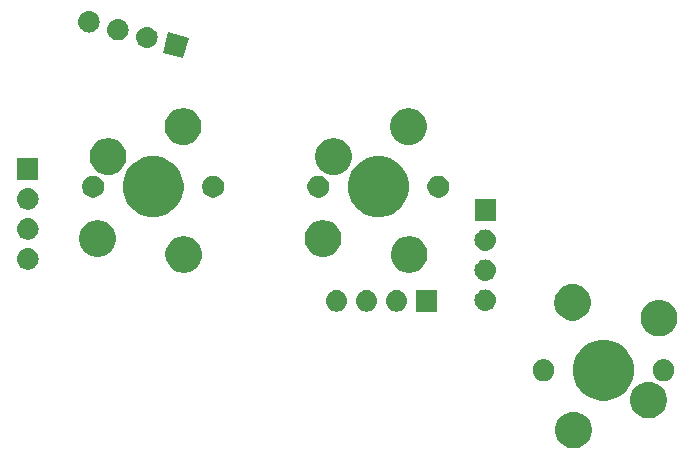
<source format=gbr>
G04 #@! TF.GenerationSoftware,KiCad,Pcbnew,(5.1.4)-1*
G04 #@! TF.CreationDate,2023-09-09T05:28:41-04:00*
G04 #@! TF.ProjectId,ThumbsUp,5468756d-6273-4557-902e-6b696361645f,rev?*
G04 #@! TF.SameCoordinates,Original*
G04 #@! TF.FileFunction,Soldermask,Top*
G04 #@! TF.FilePolarity,Negative*
%FSLAX46Y46*%
G04 Gerber Fmt 4.6, Leading zero omitted, Abs format (unit mm)*
G04 Created by KiCad (PCBNEW (5.1.4)-1) date 2023-09-09 05:28:41*
%MOMM*%
%LPD*%
G04 APERTURE LIST*
%ADD10C,0.100000*%
G04 APERTURE END LIST*
D10*
G36*
X-35657415Y-426318863D02*
G01*
X-35507590Y-426348665D01*
X-35225326Y-426465582D01*
X-34971295Y-426635320D01*
X-34755259Y-426851356D01*
X-34585521Y-427105387D01*
X-34468604Y-427387651D01*
X-34409000Y-427687301D01*
X-34409000Y-427992821D01*
X-34468604Y-428292471D01*
X-34585521Y-428574735D01*
X-34755259Y-428828766D01*
X-34971295Y-429044802D01*
X-35225326Y-429214540D01*
X-35507590Y-429331457D01*
X-35657415Y-429361259D01*
X-35807239Y-429391061D01*
X-36112761Y-429391061D01*
X-36262585Y-429361259D01*
X-36412410Y-429331457D01*
X-36694674Y-429214540D01*
X-36948705Y-429044802D01*
X-37164741Y-428828766D01*
X-37334479Y-428574735D01*
X-37451396Y-428292471D01*
X-37511000Y-427992821D01*
X-37511000Y-427687301D01*
X-37451396Y-427387651D01*
X-37334479Y-427105387D01*
X-37164741Y-426851356D01*
X-36948705Y-426635320D01*
X-36694674Y-426465582D01*
X-36412410Y-426348665D01*
X-36262585Y-426318863D01*
X-36112761Y-426289061D01*
X-35807239Y-426289061D01*
X-35657415Y-426318863D01*
X-35657415Y-426318863D01*
G37*
G36*
X-29307415Y-423778863D02*
G01*
X-29157590Y-423808665D01*
X-28875326Y-423925582D01*
X-28621295Y-424095320D01*
X-28405259Y-424311356D01*
X-28235521Y-424565387D01*
X-28118604Y-424847651D01*
X-28059000Y-425147301D01*
X-28059000Y-425452821D01*
X-28118604Y-425752471D01*
X-28235521Y-426034735D01*
X-28405259Y-426288766D01*
X-28621295Y-426504802D01*
X-28875326Y-426674540D01*
X-29157590Y-426791457D01*
X-29307415Y-426821259D01*
X-29457239Y-426851061D01*
X-29762761Y-426851061D01*
X-29912585Y-426821259D01*
X-30062410Y-426791457D01*
X-30344674Y-426674540D01*
X-30598705Y-426504802D01*
X-30814741Y-426288766D01*
X-30984479Y-426034735D01*
X-31101396Y-425752471D01*
X-31161000Y-425452821D01*
X-31161000Y-425147301D01*
X-31101396Y-424847651D01*
X-30984479Y-424565387D01*
X-30814741Y-424311356D01*
X-30598705Y-424095320D01*
X-30344674Y-423925582D01*
X-30062410Y-423808665D01*
X-29912585Y-423778863D01*
X-29762761Y-423749061D01*
X-29457239Y-423749061D01*
X-29307415Y-423778863D01*
X-29307415Y-423778863D01*
G37*
G36*
X-32668609Y-420283055D02*
G01*
X-32474425Y-420363489D01*
X-32199808Y-420477239D01*
X-31777896Y-420759151D01*
X-31419090Y-421117957D01*
X-31137178Y-421539869D01*
X-31023428Y-421814486D01*
X-30942994Y-422008670D01*
X-30844000Y-422506347D01*
X-30844000Y-423013775D01*
X-30942994Y-423511452D01*
X-31000580Y-423650476D01*
X-31137178Y-423980253D01*
X-31419090Y-424402165D01*
X-31777896Y-424760971D01*
X-32199808Y-425042883D01*
X-32451893Y-425147300D01*
X-32668609Y-425237067D01*
X-32917448Y-425286564D01*
X-33166285Y-425336061D01*
X-33673715Y-425336061D01*
X-34171391Y-425237067D01*
X-34388107Y-425147300D01*
X-34640192Y-425042883D01*
X-35062104Y-424760971D01*
X-35420910Y-424402165D01*
X-35702822Y-423980253D01*
X-35839420Y-423650476D01*
X-35897006Y-423511452D01*
X-35996000Y-423013775D01*
X-35996000Y-422506347D01*
X-35897006Y-422008670D01*
X-35816572Y-421814486D01*
X-35702822Y-421539869D01*
X-35420910Y-421117957D01*
X-35062104Y-420759151D01*
X-34640192Y-420477239D01*
X-34365575Y-420363489D01*
X-34171391Y-420283055D01*
X-33673715Y-420184061D01*
X-33166285Y-420184061D01*
X-32668609Y-420283055D01*
X-32668609Y-420283055D01*
G37*
G36*
X-28069896Y-421869646D02*
G01*
X-27901374Y-421939450D01*
X-27749709Y-422040789D01*
X-27620728Y-422169770D01*
X-27519389Y-422321435D01*
X-27449585Y-422489957D01*
X-27414000Y-422668858D01*
X-27414000Y-422851264D01*
X-27449585Y-423030165D01*
X-27519389Y-423198687D01*
X-27620728Y-423350352D01*
X-27749709Y-423479333D01*
X-27901374Y-423580672D01*
X-28069896Y-423650476D01*
X-28248797Y-423686061D01*
X-28431203Y-423686061D01*
X-28610104Y-423650476D01*
X-28778626Y-423580672D01*
X-28930291Y-423479333D01*
X-29059272Y-423350352D01*
X-29160611Y-423198687D01*
X-29230415Y-423030165D01*
X-29266000Y-422851264D01*
X-29266000Y-422668858D01*
X-29230415Y-422489957D01*
X-29160611Y-422321435D01*
X-29059272Y-422169770D01*
X-28930291Y-422040789D01*
X-28778626Y-421939450D01*
X-28610104Y-421869646D01*
X-28431203Y-421834061D01*
X-28248797Y-421834061D01*
X-28069896Y-421869646D01*
X-28069896Y-421869646D01*
G37*
G36*
X-38229896Y-421869646D02*
G01*
X-38061374Y-421939450D01*
X-37909709Y-422040789D01*
X-37780728Y-422169770D01*
X-37679389Y-422321435D01*
X-37609585Y-422489957D01*
X-37574000Y-422668858D01*
X-37574000Y-422851264D01*
X-37609585Y-423030165D01*
X-37679389Y-423198687D01*
X-37780728Y-423350352D01*
X-37909709Y-423479333D01*
X-38061374Y-423580672D01*
X-38229896Y-423650476D01*
X-38408797Y-423686061D01*
X-38591203Y-423686061D01*
X-38770104Y-423650476D01*
X-38938626Y-423580672D01*
X-39090291Y-423479333D01*
X-39219272Y-423350352D01*
X-39320611Y-423198687D01*
X-39390415Y-423030165D01*
X-39426000Y-422851264D01*
X-39426000Y-422668858D01*
X-39390415Y-422489957D01*
X-39320611Y-422321435D01*
X-39219272Y-422169770D01*
X-39090291Y-422040789D01*
X-38938626Y-421939450D01*
X-38770104Y-421869646D01*
X-38591203Y-421834061D01*
X-38408797Y-421834061D01*
X-38229896Y-421869646D01*
X-38229896Y-421869646D01*
G37*
G36*
X-28417415Y-416838863D02*
G01*
X-28267590Y-416868665D01*
X-27985326Y-416985582D01*
X-27731295Y-417155320D01*
X-27515259Y-417371356D01*
X-27345521Y-417625387D01*
X-27228604Y-417907651D01*
X-27228604Y-417907652D01*
X-27169000Y-418207300D01*
X-27169000Y-418512822D01*
X-27198802Y-418662646D01*
X-27228604Y-418812471D01*
X-27345521Y-419094735D01*
X-27515259Y-419348766D01*
X-27731295Y-419564802D01*
X-27985326Y-419734540D01*
X-28267590Y-419851457D01*
X-28417415Y-419881259D01*
X-28567239Y-419911061D01*
X-28872761Y-419911061D01*
X-29022585Y-419881259D01*
X-29172410Y-419851457D01*
X-29454674Y-419734540D01*
X-29708705Y-419564802D01*
X-29924741Y-419348766D01*
X-30094479Y-419094735D01*
X-30211396Y-418812471D01*
X-30241198Y-418662646D01*
X-30271000Y-418512822D01*
X-30271000Y-418207300D01*
X-30211396Y-417907652D01*
X-30211396Y-417907651D01*
X-30094479Y-417625387D01*
X-29924741Y-417371356D01*
X-29708705Y-417155320D01*
X-29454674Y-416985582D01*
X-29172410Y-416868665D01*
X-29022585Y-416838863D01*
X-28872761Y-416809061D01*
X-28567239Y-416809061D01*
X-28417415Y-416838863D01*
X-28417415Y-416838863D01*
G37*
G36*
X-35717415Y-415488863D02*
G01*
X-35567590Y-415518665D01*
X-35285326Y-415635582D01*
X-35031295Y-415805320D01*
X-34815259Y-416021356D01*
X-34645521Y-416275387D01*
X-34528604Y-416557651D01*
X-34528604Y-416557652D01*
X-34478595Y-416809061D01*
X-34469000Y-416857301D01*
X-34469000Y-417162821D01*
X-34528604Y-417462471D01*
X-34645521Y-417744735D01*
X-34815259Y-417998766D01*
X-35031295Y-418214802D01*
X-35285326Y-418384540D01*
X-35567590Y-418501457D01*
X-35624721Y-418512821D01*
X-35867239Y-418561061D01*
X-36172761Y-418561061D01*
X-36415279Y-418512821D01*
X-36472410Y-418501457D01*
X-36754674Y-418384540D01*
X-37008705Y-418214802D01*
X-37224741Y-417998766D01*
X-37394479Y-417744735D01*
X-37511396Y-417462471D01*
X-37571000Y-417162821D01*
X-37571000Y-416857301D01*
X-37561404Y-416809061D01*
X-37511396Y-416557652D01*
X-37511396Y-416557651D01*
X-37394479Y-416275387D01*
X-37224741Y-416021356D01*
X-37008705Y-415805320D01*
X-36754674Y-415635582D01*
X-36472410Y-415518665D01*
X-36322585Y-415488863D01*
X-36172761Y-415459061D01*
X-35867239Y-415459061D01*
X-35717415Y-415488863D01*
X-35717415Y-415488863D01*
G37*
G36*
X-55913426Y-416006563D02*
G01*
X-55847241Y-416013082D01*
X-55677402Y-416064602D01*
X-55520877Y-416148267D01*
X-55485139Y-416177597D01*
X-55383682Y-416260859D01*
X-55300420Y-416362316D01*
X-55271090Y-416398054D01*
X-55187425Y-416554579D01*
X-55135905Y-416724418D01*
X-55118509Y-416901045D01*
X-55135905Y-417077672D01*
X-55187425Y-417247511D01*
X-55271090Y-417404036D01*
X-55300420Y-417439774D01*
X-55383682Y-417541231D01*
X-55485139Y-417624493D01*
X-55520877Y-417653823D01*
X-55677402Y-417737488D01*
X-55847241Y-417789008D01*
X-55913425Y-417795526D01*
X-55979608Y-417802045D01*
X-56068128Y-417802045D01*
X-56134311Y-417795526D01*
X-56200495Y-417789008D01*
X-56370334Y-417737488D01*
X-56526859Y-417653823D01*
X-56562597Y-417624493D01*
X-56664054Y-417541231D01*
X-56747316Y-417439774D01*
X-56776646Y-417404036D01*
X-56860311Y-417247511D01*
X-56911831Y-417077672D01*
X-56929227Y-416901045D01*
X-56911831Y-416724418D01*
X-56860311Y-416554579D01*
X-56776646Y-416398054D01*
X-56747316Y-416362316D01*
X-56664054Y-416260859D01*
X-56562597Y-416177597D01*
X-56526859Y-416148267D01*
X-56370334Y-416064602D01*
X-56200495Y-416013082D01*
X-56134310Y-416006563D01*
X-56068128Y-416000045D01*
X-55979608Y-416000045D01*
X-55913426Y-416006563D01*
X-55913426Y-416006563D01*
G37*
G36*
X-53373426Y-416006563D02*
G01*
X-53307241Y-416013082D01*
X-53137402Y-416064602D01*
X-52980877Y-416148267D01*
X-52945139Y-416177597D01*
X-52843682Y-416260859D01*
X-52760420Y-416362316D01*
X-52731090Y-416398054D01*
X-52647425Y-416554579D01*
X-52595905Y-416724418D01*
X-52578509Y-416901045D01*
X-52595905Y-417077672D01*
X-52647425Y-417247511D01*
X-52731090Y-417404036D01*
X-52760420Y-417439774D01*
X-52843682Y-417541231D01*
X-52945139Y-417624493D01*
X-52980877Y-417653823D01*
X-53137402Y-417737488D01*
X-53307241Y-417789008D01*
X-53373425Y-417795526D01*
X-53439608Y-417802045D01*
X-53528128Y-417802045D01*
X-53594311Y-417795526D01*
X-53660495Y-417789008D01*
X-53830334Y-417737488D01*
X-53986859Y-417653823D01*
X-54022597Y-417624493D01*
X-54124054Y-417541231D01*
X-54207316Y-417439774D01*
X-54236646Y-417404036D01*
X-54320311Y-417247511D01*
X-54371831Y-417077672D01*
X-54389227Y-416901045D01*
X-54371831Y-416724418D01*
X-54320311Y-416554579D01*
X-54236646Y-416398054D01*
X-54207316Y-416362316D01*
X-54124054Y-416260859D01*
X-54022597Y-416177597D01*
X-53986859Y-416148267D01*
X-53830334Y-416064602D01*
X-53660495Y-416013082D01*
X-53594310Y-416006563D01*
X-53528128Y-416000045D01*
X-53439608Y-416000045D01*
X-53373426Y-416006563D01*
X-53373426Y-416006563D01*
G37*
G36*
X-50833426Y-416006563D02*
G01*
X-50767241Y-416013082D01*
X-50597402Y-416064602D01*
X-50440877Y-416148267D01*
X-50405139Y-416177597D01*
X-50303682Y-416260859D01*
X-50220420Y-416362316D01*
X-50191090Y-416398054D01*
X-50107425Y-416554579D01*
X-50055905Y-416724418D01*
X-50038509Y-416901045D01*
X-50055905Y-417077672D01*
X-50107425Y-417247511D01*
X-50191090Y-417404036D01*
X-50220420Y-417439774D01*
X-50303682Y-417541231D01*
X-50405139Y-417624493D01*
X-50440877Y-417653823D01*
X-50597402Y-417737488D01*
X-50767241Y-417789008D01*
X-50833425Y-417795526D01*
X-50899608Y-417802045D01*
X-50988128Y-417802045D01*
X-51054311Y-417795526D01*
X-51120495Y-417789008D01*
X-51290334Y-417737488D01*
X-51446859Y-417653823D01*
X-51482597Y-417624493D01*
X-51584054Y-417541231D01*
X-51667316Y-417439774D01*
X-51696646Y-417404036D01*
X-51780311Y-417247511D01*
X-51831831Y-417077672D01*
X-51849227Y-416901045D01*
X-51831831Y-416724418D01*
X-51780311Y-416554579D01*
X-51696646Y-416398054D01*
X-51667316Y-416362316D01*
X-51584054Y-416260859D01*
X-51482597Y-416177597D01*
X-51446859Y-416148267D01*
X-51290334Y-416064602D01*
X-51120495Y-416013082D01*
X-51054310Y-416006563D01*
X-50988128Y-416000045D01*
X-50899608Y-416000045D01*
X-50833426Y-416006563D01*
X-50833426Y-416006563D01*
G37*
G36*
X-47502868Y-417802045D02*
G01*
X-49304868Y-417802045D01*
X-49304868Y-416000045D01*
X-47502868Y-416000045D01*
X-47502868Y-417802045D01*
X-47502868Y-417802045D01*
G37*
G36*
X-43322570Y-415939092D02*
G01*
X-43256386Y-415945610D01*
X-43086547Y-415997130D01*
X-42930022Y-416080795D01*
X-42894284Y-416110125D01*
X-42792827Y-416193387D01*
X-42725531Y-416275389D01*
X-42680235Y-416330582D01*
X-42596570Y-416487107D01*
X-42545050Y-416656946D01*
X-42527654Y-416833573D01*
X-42545050Y-417010200D01*
X-42596570Y-417180039D01*
X-42680235Y-417336564D01*
X-42708788Y-417371356D01*
X-42792827Y-417473759D01*
X-42894284Y-417557021D01*
X-42930022Y-417586351D01*
X-43086547Y-417670016D01*
X-43256386Y-417721536D01*
X-43322571Y-417728055D01*
X-43388753Y-417734573D01*
X-43477273Y-417734573D01*
X-43543455Y-417728055D01*
X-43609640Y-417721536D01*
X-43779479Y-417670016D01*
X-43936004Y-417586351D01*
X-43971742Y-417557021D01*
X-44073199Y-417473759D01*
X-44157238Y-417371356D01*
X-44185791Y-417336564D01*
X-44269456Y-417180039D01*
X-44320976Y-417010200D01*
X-44338372Y-416833573D01*
X-44320976Y-416656946D01*
X-44269456Y-416487107D01*
X-44185791Y-416330582D01*
X-44140495Y-416275389D01*
X-44073199Y-416193387D01*
X-43971742Y-416110125D01*
X-43936004Y-416080795D01*
X-43779479Y-415997130D01*
X-43609640Y-415945610D01*
X-43543456Y-415939092D01*
X-43477273Y-415932573D01*
X-43388753Y-415932573D01*
X-43322570Y-415939092D01*
X-43322570Y-415939092D01*
G37*
G36*
X-43322570Y-413399092D02*
G01*
X-43256386Y-413405610D01*
X-43086547Y-413457130D01*
X-42930022Y-413540795D01*
X-42894284Y-413570125D01*
X-42792827Y-413653387D01*
X-42709565Y-413754844D01*
X-42680235Y-413790582D01*
X-42596570Y-413947107D01*
X-42545050Y-414116946D01*
X-42527654Y-414293573D01*
X-42545050Y-414470200D01*
X-42596570Y-414640039D01*
X-42680235Y-414796564D01*
X-42709565Y-414832302D01*
X-42792827Y-414933759D01*
X-42894284Y-415017021D01*
X-42930022Y-415046351D01*
X-43086547Y-415130016D01*
X-43256386Y-415181536D01*
X-43322571Y-415188055D01*
X-43388753Y-415194573D01*
X-43477273Y-415194573D01*
X-43543455Y-415188055D01*
X-43609640Y-415181536D01*
X-43779479Y-415130016D01*
X-43936004Y-415046351D01*
X-43971742Y-415017021D01*
X-44073199Y-414933759D01*
X-44156461Y-414832302D01*
X-44185791Y-414796564D01*
X-44269456Y-414640039D01*
X-44320976Y-414470200D01*
X-44338372Y-414293573D01*
X-44320976Y-414116946D01*
X-44269456Y-413947107D01*
X-44185791Y-413790582D01*
X-44156461Y-413754844D01*
X-44073199Y-413653387D01*
X-43971742Y-413570125D01*
X-43936004Y-413540795D01*
X-43779479Y-413457130D01*
X-43609640Y-413405610D01*
X-43543456Y-413399092D01*
X-43477273Y-413392573D01*
X-43388753Y-413392573D01*
X-43322570Y-413399092D01*
X-43322570Y-413399092D01*
G37*
G36*
X-49575074Y-411449287D02*
G01*
X-49418045Y-411480522D01*
X-49135781Y-411597439D01*
X-48881750Y-411767177D01*
X-48665714Y-411983213D01*
X-48495976Y-412237244D01*
X-48381896Y-412512659D01*
X-48379059Y-412519509D01*
X-48319455Y-412819157D01*
X-48319455Y-413124679D01*
X-48349257Y-413274503D01*
X-48379059Y-413424328D01*
X-48495976Y-413706592D01*
X-48665714Y-413960623D01*
X-48881750Y-414176659D01*
X-49135781Y-414346397D01*
X-49418045Y-414463314D01*
X-49567870Y-414493116D01*
X-49717694Y-414522918D01*
X-50023216Y-414522918D01*
X-50173040Y-414493116D01*
X-50322865Y-414463314D01*
X-50605129Y-414346397D01*
X-50859160Y-414176659D01*
X-51075196Y-413960623D01*
X-51244934Y-413706592D01*
X-51361851Y-413424328D01*
X-51391653Y-413274503D01*
X-51421455Y-413124679D01*
X-51421455Y-412819157D01*
X-51361851Y-412519509D01*
X-51359014Y-412512659D01*
X-51244934Y-412237244D01*
X-51075196Y-411983213D01*
X-50859160Y-411767177D01*
X-50605129Y-411597439D01*
X-50322865Y-411480522D01*
X-50165836Y-411449287D01*
X-50023216Y-411420918D01*
X-49717694Y-411420918D01*
X-49575074Y-411449287D01*
X-49575074Y-411449287D01*
G37*
G36*
X-68654619Y-411449287D02*
G01*
X-68497590Y-411480522D01*
X-68215326Y-411597439D01*
X-67961295Y-411767177D01*
X-67745259Y-411983213D01*
X-67575521Y-412237244D01*
X-67461441Y-412512659D01*
X-67458604Y-412519509D01*
X-67399000Y-412819157D01*
X-67399000Y-413124679D01*
X-67428802Y-413274503D01*
X-67458604Y-413424328D01*
X-67575521Y-413706592D01*
X-67745259Y-413960623D01*
X-67961295Y-414176659D01*
X-68215326Y-414346397D01*
X-68497590Y-414463314D01*
X-68647415Y-414493116D01*
X-68797239Y-414522918D01*
X-69102761Y-414522918D01*
X-69252585Y-414493116D01*
X-69402410Y-414463314D01*
X-69684674Y-414346397D01*
X-69938705Y-414176659D01*
X-70154741Y-413960623D01*
X-70324479Y-413706592D01*
X-70441396Y-413424328D01*
X-70471198Y-413274503D01*
X-70501000Y-413124679D01*
X-70501000Y-412819157D01*
X-70441396Y-412519509D01*
X-70438559Y-412512659D01*
X-70324479Y-412237244D01*
X-70154741Y-411983213D01*
X-69938705Y-411767177D01*
X-69684674Y-411597439D01*
X-69402410Y-411480522D01*
X-69245381Y-411449287D01*
X-69102761Y-411420918D01*
X-68797239Y-411420918D01*
X-68654619Y-411449287D01*
X-68654619Y-411449287D01*
G37*
G36*
X-82045069Y-412454620D02*
G01*
X-81978884Y-412461139D01*
X-81809045Y-412512659D01*
X-81809043Y-412512660D01*
X-81796230Y-412519509D01*
X-81652520Y-412596324D01*
X-81635098Y-412610622D01*
X-81515325Y-412708916D01*
X-81432063Y-412810373D01*
X-81402733Y-412846111D01*
X-81319068Y-413002636D01*
X-81267548Y-413172475D01*
X-81250152Y-413349102D01*
X-81267548Y-413525729D01*
X-81319068Y-413695568D01*
X-81402733Y-413852093D01*
X-81432063Y-413887831D01*
X-81515325Y-413989288D01*
X-81616782Y-414072550D01*
X-81652520Y-414101880D01*
X-81652522Y-414101881D01*
X-81792420Y-414176659D01*
X-81809045Y-414185545D01*
X-81978884Y-414237065D01*
X-82045069Y-414243584D01*
X-82111251Y-414250102D01*
X-82199771Y-414250102D01*
X-82265953Y-414243584D01*
X-82332138Y-414237065D01*
X-82501977Y-414185545D01*
X-82518601Y-414176659D01*
X-82658500Y-414101881D01*
X-82658502Y-414101880D01*
X-82694240Y-414072550D01*
X-82795697Y-413989288D01*
X-82878959Y-413887831D01*
X-82908289Y-413852093D01*
X-82991954Y-413695568D01*
X-83043474Y-413525729D01*
X-83060870Y-413349102D01*
X-83043474Y-413172475D01*
X-82991954Y-413002636D01*
X-82908289Y-412846111D01*
X-82878959Y-412810373D01*
X-82795697Y-412708916D01*
X-82675924Y-412610622D01*
X-82658502Y-412596324D01*
X-82514792Y-412519509D01*
X-82501979Y-412512660D01*
X-82501977Y-412512659D01*
X-82332138Y-412461139D01*
X-82265953Y-412454620D01*
X-82199771Y-412448102D01*
X-82111251Y-412448102D01*
X-82045069Y-412454620D01*
X-82045069Y-412454620D01*
G37*
G36*
X-75947415Y-410100720D02*
G01*
X-75797590Y-410130522D01*
X-75515326Y-410247439D01*
X-75261295Y-410417177D01*
X-75045259Y-410633213D01*
X-74875521Y-410887244D01*
X-74758604Y-411169508D01*
X-74758604Y-411169509D01*
X-74702952Y-411449287D01*
X-74699000Y-411469158D01*
X-74699000Y-411774678D01*
X-74758604Y-412074328D01*
X-74875521Y-412356592D01*
X-75045259Y-412610623D01*
X-75261295Y-412826659D01*
X-75515326Y-412996397D01*
X-75797590Y-413113314D01*
X-75854721Y-413124678D01*
X-76097239Y-413172918D01*
X-76402761Y-413172918D01*
X-76645279Y-413124678D01*
X-76702410Y-413113314D01*
X-76984674Y-412996397D01*
X-77238705Y-412826659D01*
X-77454741Y-412610623D01*
X-77624479Y-412356592D01*
X-77741396Y-412074328D01*
X-77801000Y-411774678D01*
X-77801000Y-411469158D01*
X-77797047Y-411449287D01*
X-77741396Y-411169509D01*
X-77741396Y-411169508D01*
X-77624479Y-410887244D01*
X-77454741Y-410633213D01*
X-77238705Y-410417177D01*
X-76984674Y-410247439D01*
X-76702410Y-410130522D01*
X-76552585Y-410100720D01*
X-76402761Y-410070918D01*
X-76097239Y-410070918D01*
X-75947415Y-410100720D01*
X-75947415Y-410100720D01*
G37*
G36*
X-56867870Y-410100720D02*
G01*
X-56718045Y-410130522D01*
X-56435781Y-410247439D01*
X-56181750Y-410417177D01*
X-55965714Y-410633213D01*
X-55795976Y-410887244D01*
X-55679059Y-411169508D01*
X-55679059Y-411169509D01*
X-55623407Y-411449287D01*
X-55619455Y-411469158D01*
X-55619455Y-411774678D01*
X-55679059Y-412074328D01*
X-55795976Y-412356592D01*
X-55965714Y-412610623D01*
X-56181750Y-412826659D01*
X-56435781Y-412996397D01*
X-56718045Y-413113314D01*
X-56775176Y-413124678D01*
X-57017694Y-413172918D01*
X-57323216Y-413172918D01*
X-57565734Y-413124678D01*
X-57622865Y-413113314D01*
X-57905129Y-412996397D01*
X-58159160Y-412826659D01*
X-58375196Y-412610623D01*
X-58544934Y-412356592D01*
X-58661851Y-412074328D01*
X-58721455Y-411774678D01*
X-58721455Y-411469158D01*
X-58717502Y-411449287D01*
X-58661851Y-411169509D01*
X-58661851Y-411169508D01*
X-58544934Y-410887244D01*
X-58375196Y-410633213D01*
X-58159160Y-410417177D01*
X-57905129Y-410247439D01*
X-57622865Y-410130522D01*
X-57473040Y-410100720D01*
X-57323216Y-410070918D01*
X-57017694Y-410070918D01*
X-56867870Y-410100720D01*
X-56867870Y-410100720D01*
G37*
G36*
X-43322571Y-410859091D02*
G01*
X-43256386Y-410865610D01*
X-43086547Y-410917130D01*
X-42930022Y-411000795D01*
X-42894284Y-411030125D01*
X-42792827Y-411113387D01*
X-42746770Y-411169509D01*
X-42680235Y-411250582D01*
X-42596570Y-411407107D01*
X-42545050Y-411576946D01*
X-42527654Y-411753573D01*
X-42545050Y-411930200D01*
X-42596570Y-412100039D01*
X-42680235Y-412256564D01*
X-42709565Y-412292302D01*
X-42792827Y-412393759D01*
X-42874931Y-412461139D01*
X-42930022Y-412506351D01*
X-43086547Y-412590016D01*
X-43256386Y-412641536D01*
X-43322570Y-412648054D01*
X-43388753Y-412654573D01*
X-43477273Y-412654573D01*
X-43543456Y-412648054D01*
X-43609640Y-412641536D01*
X-43779479Y-412590016D01*
X-43936004Y-412506351D01*
X-43991095Y-412461139D01*
X-44073199Y-412393759D01*
X-44156461Y-412292302D01*
X-44185791Y-412256564D01*
X-44269456Y-412100039D01*
X-44320976Y-411930200D01*
X-44338372Y-411753573D01*
X-44320976Y-411576946D01*
X-44269456Y-411407107D01*
X-44185791Y-411250582D01*
X-44119256Y-411169509D01*
X-44073199Y-411113387D01*
X-43971742Y-411030125D01*
X-43936004Y-411000795D01*
X-43779479Y-410917130D01*
X-43609640Y-410865610D01*
X-43543455Y-410859091D01*
X-43477273Y-410852573D01*
X-43388753Y-410852573D01*
X-43322571Y-410859091D01*
X-43322571Y-410859091D01*
G37*
G36*
X-82045069Y-409914620D02*
G01*
X-81978884Y-409921139D01*
X-81809045Y-409972659D01*
X-81652520Y-410056324D01*
X-81616782Y-410085654D01*
X-81515325Y-410168916D01*
X-81450884Y-410247439D01*
X-81402733Y-410306111D01*
X-81402732Y-410306113D01*
X-81343366Y-410417177D01*
X-81319068Y-410462636D01*
X-81267548Y-410632475D01*
X-81250152Y-410809102D01*
X-81267548Y-410985729D01*
X-81319068Y-411155568D01*
X-81402733Y-411312093D01*
X-81432063Y-411347831D01*
X-81515325Y-411449288D01*
X-81616782Y-411532550D01*
X-81652520Y-411561880D01*
X-81809045Y-411645545D01*
X-81978884Y-411697065D01*
X-82045068Y-411703583D01*
X-82111251Y-411710102D01*
X-82199771Y-411710102D01*
X-82265954Y-411703583D01*
X-82332138Y-411697065D01*
X-82501977Y-411645545D01*
X-82658502Y-411561880D01*
X-82694240Y-411532550D01*
X-82795697Y-411449288D01*
X-82878959Y-411347831D01*
X-82908289Y-411312093D01*
X-82991954Y-411155568D01*
X-83043474Y-410985729D01*
X-83060870Y-410809102D01*
X-83043474Y-410632475D01*
X-82991954Y-410462636D01*
X-82967655Y-410417177D01*
X-82908290Y-410306113D01*
X-82908289Y-410306111D01*
X-82860138Y-410247439D01*
X-82795697Y-410168916D01*
X-82694240Y-410085654D01*
X-82658502Y-410056324D01*
X-82501977Y-409972659D01*
X-82332138Y-409921139D01*
X-82265953Y-409914620D01*
X-82199771Y-409908102D01*
X-82111251Y-409908102D01*
X-82045069Y-409914620D01*
X-82045069Y-409914620D01*
G37*
G36*
X-42532013Y-410114573D02*
G01*
X-44334013Y-410114573D01*
X-44334013Y-408312573D01*
X-42532013Y-408312573D01*
X-42532013Y-410114573D01*
X-42532013Y-410114573D01*
G37*
G36*
X-51719064Y-404744912D02*
G01*
X-51524880Y-404825346D01*
X-51250263Y-404939096D01*
X-50828351Y-405221008D01*
X-50469545Y-405579814D01*
X-50187633Y-406001726D01*
X-50164988Y-406056397D01*
X-49993449Y-406470527D01*
X-49894455Y-406968204D01*
X-49894455Y-407475632D01*
X-49993449Y-407973309D01*
X-50051035Y-408112333D01*
X-50187633Y-408442110D01*
X-50469545Y-408864022D01*
X-50828351Y-409222828D01*
X-51250263Y-409504740D01*
X-51524880Y-409618490D01*
X-51719064Y-409698924D01*
X-52216740Y-409797918D01*
X-52724170Y-409797918D01*
X-53221846Y-409698924D01*
X-53416030Y-409618490D01*
X-53690647Y-409504740D01*
X-54112559Y-409222828D01*
X-54471365Y-408864022D01*
X-54753277Y-408442110D01*
X-54889875Y-408112333D01*
X-54947461Y-407973309D01*
X-55046455Y-407475632D01*
X-55046455Y-406968204D01*
X-54947461Y-406470527D01*
X-54775922Y-406056397D01*
X-54753277Y-406001726D01*
X-54471365Y-405579814D01*
X-54112559Y-405221008D01*
X-53690647Y-404939096D01*
X-53416030Y-404825346D01*
X-53221846Y-404744912D01*
X-52724170Y-404645918D01*
X-52216740Y-404645918D01*
X-51719064Y-404744912D01*
X-51719064Y-404744912D01*
G37*
G36*
X-70798609Y-404744912D02*
G01*
X-70604425Y-404825346D01*
X-70329808Y-404939096D01*
X-69907896Y-405221008D01*
X-69549090Y-405579814D01*
X-69267178Y-406001726D01*
X-69244533Y-406056397D01*
X-69072994Y-406470527D01*
X-68974000Y-406968204D01*
X-68974000Y-407475632D01*
X-69072994Y-407973309D01*
X-69130580Y-408112333D01*
X-69267178Y-408442110D01*
X-69549090Y-408864022D01*
X-69907896Y-409222828D01*
X-70329808Y-409504740D01*
X-70604425Y-409618490D01*
X-70798609Y-409698924D01*
X-71296285Y-409797918D01*
X-71803715Y-409797918D01*
X-72301391Y-409698924D01*
X-72495575Y-409618490D01*
X-72770192Y-409504740D01*
X-73192104Y-409222828D01*
X-73550910Y-408864022D01*
X-73832822Y-408442110D01*
X-73969420Y-408112333D01*
X-74027006Y-407973309D01*
X-74126000Y-407475632D01*
X-74126000Y-406968204D01*
X-74027006Y-406470527D01*
X-73855467Y-406056397D01*
X-73832822Y-406001726D01*
X-73550910Y-405579814D01*
X-73192104Y-405221008D01*
X-72770192Y-404939096D01*
X-72495575Y-404825346D01*
X-72301391Y-404744912D01*
X-71803715Y-404645918D01*
X-71296285Y-404645918D01*
X-70798609Y-404744912D01*
X-70798609Y-404744912D01*
G37*
G36*
X-82045069Y-407374620D02*
G01*
X-81978884Y-407381139D01*
X-81809045Y-407432659D01*
X-81652520Y-407516324D01*
X-81616782Y-407545654D01*
X-81515325Y-407628916D01*
X-81432063Y-407730373D01*
X-81402733Y-407766111D01*
X-81319068Y-407922636D01*
X-81267548Y-408092475D01*
X-81250152Y-408269102D01*
X-81267548Y-408445729D01*
X-81319068Y-408615568D01*
X-81402733Y-408772093D01*
X-81432063Y-408807831D01*
X-81515325Y-408909288D01*
X-81616782Y-408992550D01*
X-81652520Y-409021880D01*
X-81809045Y-409105545D01*
X-81978884Y-409157065D01*
X-82045069Y-409163584D01*
X-82111251Y-409170102D01*
X-82199771Y-409170102D01*
X-82265953Y-409163584D01*
X-82332138Y-409157065D01*
X-82501977Y-409105545D01*
X-82658502Y-409021880D01*
X-82694240Y-408992550D01*
X-82795697Y-408909288D01*
X-82878959Y-408807831D01*
X-82908289Y-408772093D01*
X-82991954Y-408615568D01*
X-83043474Y-408445729D01*
X-83060870Y-408269102D01*
X-83043474Y-408092475D01*
X-82991954Y-407922636D01*
X-82908289Y-407766111D01*
X-82878959Y-407730373D01*
X-82795697Y-407628916D01*
X-82694240Y-407545654D01*
X-82658502Y-407516324D01*
X-82501977Y-407432659D01*
X-82332138Y-407381139D01*
X-82265953Y-407374620D01*
X-82199771Y-407368102D01*
X-82111251Y-407368102D01*
X-82045069Y-407374620D01*
X-82045069Y-407374620D01*
G37*
G36*
X-57280351Y-406331503D02*
G01*
X-57111829Y-406401307D01*
X-56960164Y-406502646D01*
X-56831183Y-406631627D01*
X-56729844Y-406783292D01*
X-56660040Y-406951814D01*
X-56624455Y-407130715D01*
X-56624455Y-407313121D01*
X-56660040Y-407492022D01*
X-56729844Y-407660544D01*
X-56831183Y-407812209D01*
X-56960164Y-407941190D01*
X-57111829Y-408042529D01*
X-57280351Y-408112333D01*
X-57459252Y-408147918D01*
X-57641658Y-408147918D01*
X-57820559Y-408112333D01*
X-57989081Y-408042529D01*
X-58140746Y-407941190D01*
X-58269727Y-407812209D01*
X-58371066Y-407660544D01*
X-58440870Y-407492022D01*
X-58476455Y-407313121D01*
X-58476455Y-407130715D01*
X-58440870Y-406951814D01*
X-58371066Y-406783292D01*
X-58269727Y-406631627D01*
X-58140746Y-406502646D01*
X-57989081Y-406401307D01*
X-57820559Y-406331503D01*
X-57641658Y-406295918D01*
X-57459252Y-406295918D01*
X-57280351Y-406331503D01*
X-57280351Y-406331503D01*
G37*
G36*
X-76359896Y-406331503D02*
G01*
X-76191374Y-406401307D01*
X-76039709Y-406502646D01*
X-75910728Y-406631627D01*
X-75809389Y-406783292D01*
X-75739585Y-406951814D01*
X-75704000Y-407130715D01*
X-75704000Y-407313121D01*
X-75739585Y-407492022D01*
X-75809389Y-407660544D01*
X-75910728Y-407812209D01*
X-76039709Y-407941190D01*
X-76191374Y-408042529D01*
X-76359896Y-408112333D01*
X-76538797Y-408147918D01*
X-76721203Y-408147918D01*
X-76900104Y-408112333D01*
X-77068626Y-408042529D01*
X-77220291Y-407941190D01*
X-77349272Y-407812209D01*
X-77450611Y-407660544D01*
X-77520415Y-407492022D01*
X-77556000Y-407313121D01*
X-77556000Y-407130715D01*
X-77520415Y-406951814D01*
X-77450611Y-406783292D01*
X-77349272Y-406631627D01*
X-77220291Y-406502646D01*
X-77068626Y-406401307D01*
X-76900104Y-406331503D01*
X-76721203Y-406295918D01*
X-76538797Y-406295918D01*
X-76359896Y-406331503D01*
X-76359896Y-406331503D01*
G37*
G36*
X-66199896Y-406331503D02*
G01*
X-66031374Y-406401307D01*
X-65879709Y-406502646D01*
X-65750728Y-406631627D01*
X-65649389Y-406783292D01*
X-65579585Y-406951814D01*
X-65544000Y-407130715D01*
X-65544000Y-407313121D01*
X-65579585Y-407492022D01*
X-65649389Y-407660544D01*
X-65750728Y-407812209D01*
X-65879709Y-407941190D01*
X-66031374Y-408042529D01*
X-66199896Y-408112333D01*
X-66378797Y-408147918D01*
X-66561203Y-408147918D01*
X-66740104Y-408112333D01*
X-66908626Y-408042529D01*
X-67060291Y-407941190D01*
X-67189272Y-407812209D01*
X-67290611Y-407660544D01*
X-67360415Y-407492022D01*
X-67396000Y-407313121D01*
X-67396000Y-407130715D01*
X-67360415Y-406951814D01*
X-67290611Y-406783292D01*
X-67189272Y-406631627D01*
X-67060291Y-406502646D01*
X-66908626Y-406401307D01*
X-66740104Y-406331503D01*
X-66561203Y-406295918D01*
X-66378797Y-406295918D01*
X-66199896Y-406331503D01*
X-66199896Y-406331503D01*
G37*
G36*
X-47120351Y-406331503D02*
G01*
X-46951829Y-406401307D01*
X-46800164Y-406502646D01*
X-46671183Y-406631627D01*
X-46569844Y-406783292D01*
X-46500040Y-406951814D01*
X-46464455Y-407130715D01*
X-46464455Y-407313121D01*
X-46500040Y-407492022D01*
X-46569844Y-407660544D01*
X-46671183Y-407812209D01*
X-46800164Y-407941190D01*
X-46951829Y-408042529D01*
X-47120351Y-408112333D01*
X-47299252Y-408147918D01*
X-47481658Y-408147918D01*
X-47660559Y-408112333D01*
X-47829081Y-408042529D01*
X-47980746Y-407941190D01*
X-48109727Y-407812209D01*
X-48211066Y-407660544D01*
X-48280870Y-407492022D01*
X-48316455Y-407313121D01*
X-48316455Y-407130715D01*
X-48280870Y-406951814D01*
X-48211066Y-406783292D01*
X-48109727Y-406631627D01*
X-47980746Y-406502646D01*
X-47829081Y-406401307D01*
X-47660559Y-406331503D01*
X-47481658Y-406295918D01*
X-47299252Y-406295918D01*
X-47120351Y-406331503D01*
X-47120351Y-406331503D01*
G37*
G36*
X-81254511Y-406630102D02*
G01*
X-83056511Y-406630102D01*
X-83056511Y-404828102D01*
X-81254511Y-404828102D01*
X-81254511Y-406630102D01*
X-81254511Y-406630102D01*
G37*
G36*
X-75057415Y-403160720D02*
G01*
X-74907590Y-403190522D01*
X-74625326Y-403307439D01*
X-74371295Y-403477177D01*
X-74155259Y-403693213D01*
X-73985521Y-403947244D01*
X-73868604Y-404229508D01*
X-73809000Y-404529158D01*
X-73809000Y-404834678D01*
X-73868604Y-405134328D01*
X-73985521Y-405416592D01*
X-74155259Y-405670623D01*
X-74371295Y-405886659D01*
X-74625326Y-406056397D01*
X-74907590Y-406173314D01*
X-75057415Y-406203116D01*
X-75207239Y-406232918D01*
X-75512761Y-406232918D01*
X-75662585Y-406203116D01*
X-75812410Y-406173314D01*
X-76094674Y-406056397D01*
X-76348705Y-405886659D01*
X-76564741Y-405670623D01*
X-76734479Y-405416592D01*
X-76851396Y-405134328D01*
X-76911000Y-404834678D01*
X-76911000Y-404529158D01*
X-76851396Y-404229508D01*
X-76734479Y-403947244D01*
X-76564741Y-403693213D01*
X-76348705Y-403477177D01*
X-76094674Y-403307439D01*
X-75812410Y-403190522D01*
X-75662585Y-403160720D01*
X-75512761Y-403130918D01*
X-75207239Y-403130918D01*
X-75057415Y-403160720D01*
X-75057415Y-403160720D01*
G37*
G36*
X-55977870Y-403160720D02*
G01*
X-55828045Y-403190522D01*
X-55545781Y-403307439D01*
X-55291750Y-403477177D01*
X-55075714Y-403693213D01*
X-54905976Y-403947244D01*
X-54789059Y-404229508D01*
X-54729455Y-404529158D01*
X-54729455Y-404834678D01*
X-54789059Y-405134328D01*
X-54905976Y-405416592D01*
X-55075714Y-405670623D01*
X-55291750Y-405886659D01*
X-55545781Y-406056397D01*
X-55828045Y-406173314D01*
X-55977870Y-406203116D01*
X-56127694Y-406232918D01*
X-56433216Y-406232918D01*
X-56583040Y-406203116D01*
X-56732865Y-406173314D01*
X-57015129Y-406056397D01*
X-57269160Y-405886659D01*
X-57485196Y-405670623D01*
X-57654934Y-405416592D01*
X-57771851Y-405134328D01*
X-57831455Y-404834678D01*
X-57831455Y-404529158D01*
X-57771851Y-404229508D01*
X-57654934Y-403947244D01*
X-57485196Y-403693213D01*
X-57269160Y-403477177D01*
X-57015129Y-403307439D01*
X-56732865Y-403190522D01*
X-56583040Y-403160720D01*
X-56433216Y-403130918D01*
X-56127694Y-403130918D01*
X-55977870Y-403160720D01*
X-55977870Y-403160720D01*
G37*
G36*
X-49627870Y-400620720D02*
G01*
X-49478045Y-400650522D01*
X-49195781Y-400767439D01*
X-48941750Y-400937177D01*
X-48725714Y-401153213D01*
X-48555976Y-401407244D01*
X-48439059Y-401689508D01*
X-48379455Y-401989158D01*
X-48379455Y-402294678D01*
X-48439059Y-402594328D01*
X-48555976Y-402876592D01*
X-48725714Y-403130623D01*
X-48941750Y-403346659D01*
X-49195781Y-403516397D01*
X-49478045Y-403633314D01*
X-49627870Y-403663116D01*
X-49777694Y-403692918D01*
X-50083216Y-403692918D01*
X-50233040Y-403663116D01*
X-50382865Y-403633314D01*
X-50665129Y-403516397D01*
X-50919160Y-403346659D01*
X-51135196Y-403130623D01*
X-51304934Y-402876592D01*
X-51421851Y-402594328D01*
X-51481455Y-402294678D01*
X-51481455Y-401989158D01*
X-51421851Y-401689508D01*
X-51304934Y-401407244D01*
X-51135196Y-401153213D01*
X-50919160Y-400937177D01*
X-50665129Y-400767439D01*
X-50382865Y-400650522D01*
X-50233040Y-400620720D01*
X-50083216Y-400590918D01*
X-49777694Y-400590918D01*
X-49627870Y-400620720D01*
X-49627870Y-400620720D01*
G37*
G36*
X-68707415Y-400620720D02*
G01*
X-68557590Y-400650522D01*
X-68275326Y-400767439D01*
X-68021295Y-400937177D01*
X-67805259Y-401153213D01*
X-67635521Y-401407244D01*
X-67518604Y-401689508D01*
X-67459000Y-401989158D01*
X-67459000Y-402294678D01*
X-67518604Y-402594328D01*
X-67635521Y-402876592D01*
X-67805259Y-403130623D01*
X-68021295Y-403346659D01*
X-68275326Y-403516397D01*
X-68557590Y-403633314D01*
X-68707415Y-403663116D01*
X-68857239Y-403692918D01*
X-69162761Y-403692918D01*
X-69312585Y-403663116D01*
X-69462410Y-403633314D01*
X-69744674Y-403516397D01*
X-69998705Y-403346659D01*
X-70214741Y-403130623D01*
X-70384479Y-402876592D01*
X-70501396Y-402594328D01*
X-70561000Y-402294678D01*
X-70561000Y-401989158D01*
X-70501396Y-401689508D01*
X-70384479Y-401407244D01*
X-70214741Y-401153213D01*
X-69998705Y-400937177D01*
X-69744674Y-400767439D01*
X-69462410Y-400650522D01*
X-69312585Y-400620720D01*
X-69162761Y-400590918D01*
X-68857239Y-400590918D01*
X-68707415Y-400620720D01*
X-68707415Y-400620720D01*
G37*
G36*
X-68514898Y-394610029D02*
G01*
X-68981290Y-396350627D01*
X-70721888Y-395884235D01*
X-70255496Y-394143637D01*
X-68514898Y-394610029D01*
X-68514898Y-394610029D01*
G37*
G36*
X-71961402Y-393695251D02*
G01*
X-71895218Y-393701769D01*
X-71725379Y-393753289D01*
X-71568854Y-393836954D01*
X-71533116Y-393866284D01*
X-71431659Y-393949546D01*
X-71348397Y-394051003D01*
X-71319067Y-394086741D01*
X-71235402Y-394243266D01*
X-71183882Y-394413105D01*
X-71166486Y-394589732D01*
X-71183882Y-394766359D01*
X-71235402Y-394936198D01*
X-71319067Y-395092723D01*
X-71348397Y-395128461D01*
X-71431659Y-395229918D01*
X-71533116Y-395313180D01*
X-71568854Y-395342510D01*
X-71725379Y-395426175D01*
X-71895218Y-395477695D01*
X-71961403Y-395484214D01*
X-72027585Y-395490732D01*
X-72116105Y-395490732D01*
X-72182287Y-395484214D01*
X-72248472Y-395477695D01*
X-72418311Y-395426175D01*
X-72574836Y-395342510D01*
X-72610574Y-395313180D01*
X-72712031Y-395229918D01*
X-72795293Y-395128461D01*
X-72824623Y-395092723D01*
X-72908288Y-394936198D01*
X-72959808Y-394766359D01*
X-72977204Y-394589732D01*
X-72959808Y-394413105D01*
X-72908288Y-394243266D01*
X-72824623Y-394086741D01*
X-72795293Y-394051003D01*
X-72712031Y-393949546D01*
X-72610574Y-393866284D01*
X-72574836Y-393836954D01*
X-72418311Y-393753289D01*
X-72248472Y-393701769D01*
X-72182288Y-393695251D01*
X-72116105Y-393688732D01*
X-72027585Y-393688732D01*
X-71961402Y-393695251D01*
X-71961402Y-393695251D01*
G37*
G36*
X-74414854Y-393037849D02*
G01*
X-74348669Y-393044368D01*
X-74178830Y-393095888D01*
X-74022305Y-393179553D01*
X-73986567Y-393208883D01*
X-73885110Y-393292145D01*
X-73801848Y-393393602D01*
X-73772518Y-393429340D01*
X-73688853Y-393585865D01*
X-73637333Y-393755704D01*
X-73619937Y-393932331D01*
X-73637333Y-394108958D01*
X-73688853Y-394278797D01*
X-73772518Y-394435322D01*
X-73801848Y-394471060D01*
X-73885110Y-394572517D01*
X-73986567Y-394655779D01*
X-74022305Y-394685109D01*
X-74178830Y-394768774D01*
X-74348669Y-394820294D01*
X-74414853Y-394826812D01*
X-74481036Y-394833331D01*
X-74569556Y-394833331D01*
X-74635739Y-394826812D01*
X-74701923Y-394820294D01*
X-74871762Y-394768774D01*
X-75028287Y-394685109D01*
X-75064025Y-394655779D01*
X-75165482Y-394572517D01*
X-75248744Y-394471060D01*
X-75278074Y-394435322D01*
X-75361739Y-394278797D01*
X-75413259Y-394108958D01*
X-75430655Y-393932331D01*
X-75413259Y-393755704D01*
X-75361739Y-393585865D01*
X-75278074Y-393429340D01*
X-75248744Y-393393602D01*
X-75165482Y-393292145D01*
X-75064025Y-393208883D01*
X-75028287Y-393179553D01*
X-74871762Y-393095888D01*
X-74701923Y-393044368D01*
X-74635738Y-393037849D01*
X-74569556Y-393031331D01*
X-74481036Y-393031331D01*
X-74414854Y-393037849D01*
X-74414854Y-393037849D01*
G37*
G36*
X-76868306Y-392380449D02*
G01*
X-76802121Y-392386968D01*
X-76632282Y-392438488D01*
X-76475757Y-392522153D01*
X-76440019Y-392551483D01*
X-76338562Y-392634745D01*
X-76255300Y-392736202D01*
X-76225970Y-392771940D01*
X-76142305Y-392928465D01*
X-76090785Y-393098304D01*
X-76073389Y-393274931D01*
X-76090785Y-393451558D01*
X-76142305Y-393621397D01*
X-76225970Y-393777922D01*
X-76255300Y-393813660D01*
X-76338562Y-393915117D01*
X-76440019Y-393998379D01*
X-76475757Y-394027709D01*
X-76632282Y-394111374D01*
X-76802121Y-394162894D01*
X-76868305Y-394169412D01*
X-76934488Y-394175931D01*
X-77023008Y-394175931D01*
X-77089191Y-394169412D01*
X-77155375Y-394162894D01*
X-77325214Y-394111374D01*
X-77481739Y-394027709D01*
X-77517477Y-393998379D01*
X-77618934Y-393915117D01*
X-77702196Y-393813660D01*
X-77731526Y-393777922D01*
X-77815191Y-393621397D01*
X-77866711Y-393451558D01*
X-77884107Y-393274931D01*
X-77866711Y-393098304D01*
X-77815191Y-392928465D01*
X-77731526Y-392771940D01*
X-77702196Y-392736202D01*
X-77618934Y-392634745D01*
X-77517477Y-392551483D01*
X-77481739Y-392522153D01*
X-77325214Y-392438488D01*
X-77155375Y-392386968D01*
X-77089190Y-392380449D01*
X-77023008Y-392373931D01*
X-76934488Y-392373931D01*
X-76868306Y-392380449D01*
X-76868306Y-392380449D01*
G37*
M02*

</source>
